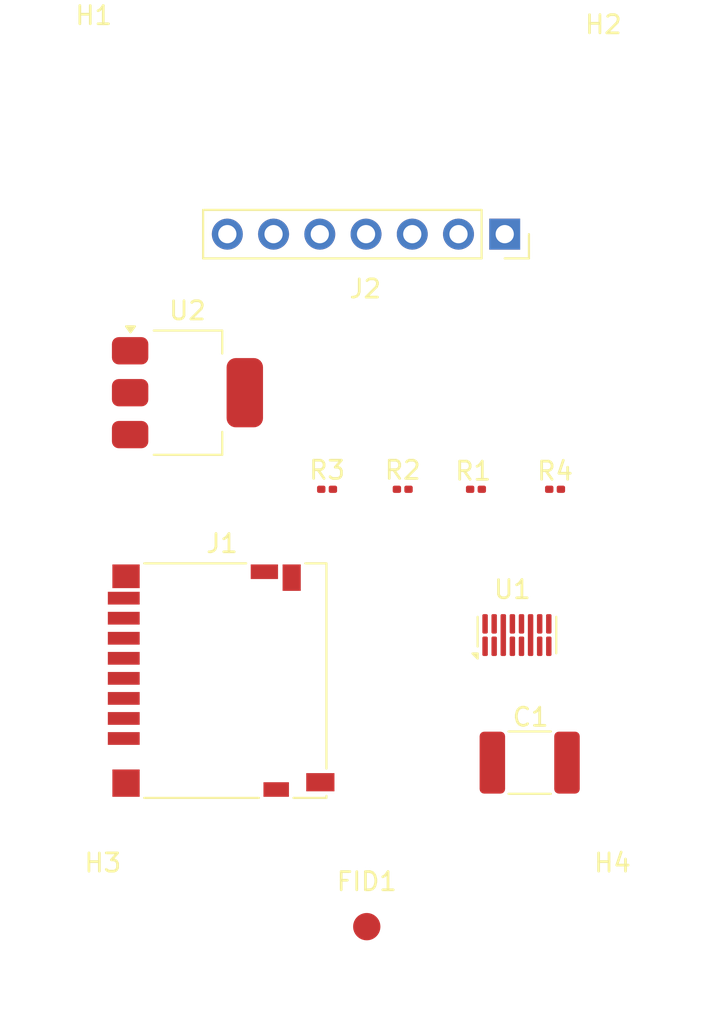
<source format=kicad_pcb>
(kicad_pcb (version 20240108) (generator "pcbnew") (generator_version "8.0")
  (layers (0 "F.Cu" signal) (31 "B.Cu" signal) (34 "B.Paste" user) (35 "F.Paste" user) (36 "B.SilkS" user "B.Silkscreen") (37 "F.SilkS" user "F.Silkscreen") (38 "B.Mask" user) (39 "F.Mask" user) (44 "Edge.Cuts" user))
  (net 0 "")
  (net 1 "GND")
  (net 3 "Net-(J1-CLK)")
  (net 4 "/VDD")
  (net 6 "Net-(J1-CMD)")
  (net 7 "Net-(J1-DAT0)")
  (net 9 "Net-(J2-Pin_6)")
  (net 10 "Net-(J2-Pin_2)")
  (net 11 "Net-(J2-Pin_5)")
  (net 12 "Net-(J2-Pin_4)")
  (net 13 "Net-(U1-3A)")
  (net 14 "Net-(U1-2A)")
  (net 15 "Net-(U1-1A)")
  (net 16 "Net-(U1-4Y)")
  (net 17 "/DAT3{slash}CD")
  (net 18 "/PIN3")
  (footprint "Resistor_SMD:R_0201_0603Metric" (layer "F.Cu") (at 131.975 91)
    (property "Reference" "R2" (at 0 -1.05 0) (layer "F.SilkS"))
    (property "Value" "3.3K")
    (pad "1" smd roundrect (at -0.32 0) (size 0.46 0.4) (layers "F.Cu" "F.Mask") (net 11 "Net-(J2-Pin_5)"))
    (pad "2" smd roundrect (at 0.32 0) (size 0.46 0.4) (layers "F.Cu" "F.Mask") (net 14 "Net-(U1-2A)"))
  )
  (footprint "MountingHole:MountingHole_3mm" (layer "F.Cu") (at 115 69)
    (property "Reference" "H1" (at 0 -4 0) (layer "F.SilkS"))
    (property "Value" "MountingHole")
    (pad "" np_thru_hole circle (at 0 0) (size 3 3) (drill 3) (layers "*.Cu" "*.Mask"))
  )
  (footprint "Resistor_SMD:R_0201_0603Metric" (layer "F.Cu") (at 136 91 180)
    (property "Reference" "R1" (at 0.155 1 180) (layer "F.SilkS"))
    (property "Value" "3.3K")
    (pad "1" smd roundrect (at -0.32 0 180) (size 0.46 0.4) (layers "F.Cu" "F.Mask") (net 12 "Net-(J2-Pin_4)"))
    (pad "2" smd roundrect (at 0.32 0 180) (size 0.46 0.4) (layers "F.Cu" "F.Mask") (net 15 "Net-(U1-1A)"))
  )
  (footprint "Package_TO_SOT_SMD:SOT-223-3_TabPin2" (layer "F.Cu") (at 120.15 85.7)
    (property "Reference" "U2" (at 0 -4.5 0) (layer "F.SilkS"))
    (property "Value" "AMS1117")
    (fp_line (start -1.85 -3.41) (end 1.91 -3.41) (stroke (width 0.12)) (layer "F.SilkS"))
    (fp_line (start -1.85 3.41) (end 1.91 3.41) (stroke (width 0.12)) (layer "F.SilkS"))
    (fp_line (start 1.91 -3.41) (end 1.91 -2.15) (stroke (width 0.12)) (layer "F.SilkS"))
    (fp_line (start 1.91 3.41) (end 1.91 2.15) (stroke (width 0.12)) (layer "F.SilkS"))
    (fp_poly (pts (xy -3.13 -3.31) (xy -3.37 -3.64) (xy -2.89 -3.64) (xy -3.13 -3.31)) (stroke (width 0.12)) (fill solid) (layer "F.SilkS"))
    (pad "1" smd roundrect (at -3.15 -2.3) (size 2 1.5) (layers "F.Cu" "F.Paste" "F.Mask") (net 1 "GND"))
    (pad "2" smd roundrect (at -3.15 0) (size 2 1.5) (layers "F.Cu" "F.Paste" "F.Mask") (net 4 "/VDD"))
    (pad "2" smd roundrect (at 3.15 0) (size 2 3.8) (layers "F.Cu" "F.Paste" "F.Mask") (net 4 "/VDD"))
    (pad "3" smd roundrect (at -3.15 2.3) (size 2 1.5) (layers "F.Cu" "F.Paste" "F.Mask") (net 10 "Net-(J2-Pin_2)"))
  )
  (footprint "Resistor_SMD:R_0201_0603Metric" (layer "F.Cu") (at 127.82 91)
    (property "Reference" "R3" (at 0 -1.05 0) (layer "F.SilkS"))
    (property "Value" "3.3K")
    (pad "1" smd roundrect (at -0.32 0) (size 0.46 0.4) (layers "F.Cu" "F.Mask") (net 9 "Net-(J2-Pin_6)"))
    (pad "2" smd roundrect (at 0.32 0) (size 0.46 0.4) (layers "F.Cu" "F.Mask") (net 13 "Net-(U1-3A)"))
  )
  (footprint "Resistor_SMD:R_0201_0603Metric" (layer "F.Cu") (at 140.345 91 180)
    (property "Reference" "R4" (at 0 1 180) (layer "F.SilkS"))
    (property "Value" "3.3K")
    (pad "1" smd roundrect (at -0.32 0 180) (size 0.46 0.4) (layers "F.Cu" "F.Mask") (net 16 "Net-(U1-4Y)"))
    (pad "2" smd roundrect (at 0.32 0 180) (size 0.46 0.4) (layers "F.Cu" "F.Mask") (net 18 "/PIN3"))
  )
  (footprint "Fiducial:Fiducial_1.5mm_Mask3mm" (layer "F.Cu") (at 130 115)
    (property "Reference" "FID1" (at 0 -2.4765 0) (layer "F.SilkS"))
    (property "Value" "Fiducial")
    (pad "" smd circle (at 0 0) (size 1.5 1.5) (layers "F.Cu" "F.Mask") (clearance 0.75))
  )
  (footprint "Capacitor_SMD:C_1812_4532Metric" (layer "F.Cu") (at 138.95 106 180)
    (property "Reference" "C1" (at -0.05 2.5 180) (layer "F.SilkS"))
    (property "Value" "C" (hide yes))
    (fp_line (start -1.161252 1.71) (end 1.161252 1.71) (stroke (width 0.12)) (layer "F.SilkS"))
    (fp_line (start -1.161252 -1.71) (end 1.161252 -1.71) (stroke (width 0.12)) (layer "F.SilkS"))
    (pad "1" smd roundrect (at -2.05 0 180) (size 1.4 3.4) (layers "F.Cu" "F.Paste" "F.Mask") (roundrect_rratio 0.178571) (net 4 "/VDD"))
    (pad "2" smd roundrect (at 2.05 0 180) (size 1.4 3.4) (layers "F.Cu" "F.Paste" "F.Mask") (roundrect_rratio 0.178571) (net 1 "GND"))
  )
  (footprint "MountingHole:MountingHole_3mm" (layer "F.Cu") (at 143.5 115.5)
    (property "Reference" "H4" (at 0 -4 0) (layer "F.SilkS"))
    (property "Value" "MountingHole")
    (pad "" np_thru_hole circle (at 0 0) (size 3 3) (drill 3) (layers "*.Cu" "*.Mask"))
  )
  (footprint "MountingHole:MountingHole_3mm" (layer "F.Cu") (at 115.5 115.5)
    (property "Reference" "H3" (at 0 -4 0) (layer "F.SilkS"))
    (property "Value" "MountingHole")
    (pad "" np_thru_hole circle (at 0 0) (size 3 3) (drill 3) (layers "*.Cu" "*.Mask"))
  )
  (footprint "Connector_Card:microSD_HC_Hirose_DM3D-SF" (layer "F.Cu") (at 122 101.5 -90)
    (property "Reference" "J1" (at -7.525 -0.05 0) (layer "F.SilkS"))
    (property "Value" "Micro_SD_Card")
    (fp_line (start -6.435 -1.375) (end -6.435 4.225) (stroke (width 0.12)) (layer "F.SilkS"))
    (fp_line (start 6.435 -2.075) (end 6.435 4.225) (stroke (width 0.12)) (layer "F.SilkS"))
    (fp_line (start -6.435 -4.625) (end -6.435 -5.785) (stroke (width 0.12)) (layer "F.SilkS"))
    (fp_line (start -6.435 -5.785) (end 4.825 -5.785) (stroke (width 0.12)) (layer "F.SilkS"))
    (fp_line (start 6.325 -5.785) (end 6.435 -5.785) (stroke (width 0.12)) (layer "F.SilkS"))
    (fp_line (start 6.435 -5.785) (end 6.435 -3.975) (stroke (width 0.12)) (layer "F.SilkS"))
    (pad "1" smd rect (at 3.175 5.35 270) (size 0.7 1.75) (layers "F.Cu" "F.Paste" "F.Mask"))
    (pad "2" smd rect (at 2.075 5.35 270) (size 0.7 1.75) (layers "F.Cu" "F.Paste" "F.Mask") (net 17 "/DAT3{slash}CD"))
    (pad "3" smd rect (at 0.975 5.35 270) (size 0.7 1.75) (layers "F.Cu" "F.Paste" "F.Mask") (net 6 "Net-(J1-CMD)"))
    (pad "4" smd rect (at -0.125 5.35 270) (size 0.7 1.75) (layers "F.Cu" "F.Paste" "F.Mask") (net 4 "/VDD"))
    (pad "5" smd rect (at -1.225 5.35 270) (size 0.7 1.75) (layers "F.Cu" "F.Paste" "F.Mask") (net 3 "Net-(J1-CLK)"))
    (pad "6" smd rect (at -2.325 5.35 270) (size 0.7 1.75) (layers "F.Cu" "F.Paste" "F.Mask") (net 1 "GND"))
    (pad "7" smd rect (at -3.425 5.35 270) (size 0.7 1.75) (layers "F.Cu" "F.Paste" "F.Mask") (net 7 "Net-(J1-DAT0)"))
    (pad "8" smd rect (at -4.525 5.35 270) (size 0.7 1.75) (layers "F.Cu" "F.Paste" "F.Mask"))
    (pad "9" smd rect (at -5.65 -3.875 270) (size 1.45 1) (layers "F.Cu" "F.Paste" "F.Mask"))
    (pad "10" smd rect (at 5.575 -5.45 270) (size 1 1.55) (layers "F.Cu" "F.Paste" "F.Mask"))
    (pad "11" smd rect (at -5.975 -2.375 270) (size 0.8 1.5) (layers "F.Cu" "F.Paste" "F.Mask"))
    (pad "11" smd rect (at -5.725 5.225 270) (size 1.3 1.5) (layers "F.Cu" "F.Paste" "F.Mask"))
    (pad "11" smd rect (at 5.625 5.225 270) (size 1.5 1.5) (layers "F.Cu" "F.Paste" "F.Mask"))
    (pad "11" smd rect (at 5.975 -3.025 270) (size 0.8 1.4) (layers "F.Cu" "F.Paste" "F.Mask"))
  )
  (footprint "MountingHole:MountingHole_3mm" (layer "F.Cu") (at 143 69.5)
    (property "Reference" "H2" (at 0 -4 0) (layer "F.SilkS"))
    (property "Value" "MountingHole")
    (pad "" np_thru_hole circle (at 0 0) (size 3 3) (drill 3) (layers "*.Cu" "*.Mask"))
  )
  (footprint "Package_TO_SOT_SMD:SOT-1334-1" (layer "F.Cu") (at 138.25 99)
    (property "Reference" "U1" (at -0.25 -2.5 0) (layer "F.SilkS"))
    (property "Value" "74LVC125A")
    (fp_line (start -2.16 -1) (end -2.16 0.63) (stroke (width 0.12)) (layer "F.SilkS"))
    (fp_line (start 2.16 -1) (end 2.16 1) (stroke (width 0.12)) (layer "F.SilkS"))
    (fp_poly (pts (xy -2.16 1.01) (xy -2.16 1.29) (xy -2.44 1.01) (xy -2.16 1.01)) (stroke (width 0.12)) (fill solid) (layer "F.SilkS"))
    (pad "1" smd roundrect (at -1.75 0.615) (size 0.3 1.07) (layers "F.Cu" "F.Paste" "F.Mask") (net 1 "GND"))
    (pad "2" smd roundrect (at -1.25 0.615) (size 0.3 1.07) (layers "F.Cu" "F.Paste" "F.Mask") (net 15 "Net-(U1-1A)"))
    (pad "3" smd roundrect (at -0.75 0) (size 0.3 2.3) (layers "F.Cu" "F.Paste" "F.Mask") (net 6 "Net-(J1-CMD)"))
    (pad "4" smd roundrect (at -0.25 0.615) (size 0.3 1.07) (layers "F.Cu" "F.Paste" "F.Mask") (net 1 "GND"))
    (pad "5" smd roundrect (at 0.25 0.615) (size 0.3 1.07) (layers "F.Cu" "F.Paste" "F.Mask") (net 14 "Net-(U1-2A)"))
    (pad "6" smd roundrect (at 0.75 0) (size 0.3 2.3) (layers "F.Cu" "F.Paste" "F.Mask") (net 3 "Net-(J1-CLK)"))
    (pad "7" smd roundrect (at 1.25 0.615) (size 0.3 1.07) (layers "F.Cu" "F.Paste" "F.Mask") (net 1 "GND"))
    (pad "8" smd roundrect (at 1.75 0.615) (size 0.3 1.07) (layers "F.Cu" "F.Paste" "F.Mask") (net 17 "/DAT3{slash}CD"))
    (pad "9" smd roundrect (at 1.75 -0.615) (size 0.3 1.07) (layers "F.Cu" "F.Paste" "F.Mask") (net 13 "Net-(U1-3A)"))
    (pad "10" smd roundrect (at 1.25 -0.615) (size 0.3 1.07) (layers "F.Cu" "F.Paste" "F.Mask") (net 1 "GND"))
    (pad "11" smd roundrect (at 0.25 -0.615) (size 0.3 1.07) (layers "F.Cu" "F.Paste" "F.Mask") (net 16 "Net-(U1-4Y)"))
    (pad "12" smd roundrect (at -0.25 -0.615) (size 0.3 1.07) (layers "F.Cu" "F.Paste" "F.Mask") (net 7 "Net-(J1-DAT0)"))
    (pad "13" smd roundrect (at -1.25 -0.615) (size 0.3 1.07) (layers "F.Cu" "F.Paste" "F.Mask") (net 1 "GND"))
    (pad "14" smd roundrect (at -1.75 -0.615) (size 0.3 1.07) (layers "F.Cu" "F.Paste" "F.Mask") (net 4 "/VDD"))
  )
  (footprint "Connector_PinSocket_2.54mm:PinSocket_1x07_P2.54mm_Vertical" (layer "F.Cu") (at 137.58 77 -90)
    (property "Reference" "J2" (at 3 7.66 0) (layer "F.SilkS"))
    (property "Value" "Conn_01x06_MountingPin")
    (fp_line (start -1.33 16.57) (end 1.33 16.57) (stroke (width 0.12)) (layer "F.SilkS"))
    (fp_line (start -1.33 1.27) (end -1.33 16.57) (stroke (width 0.12)) (layer "F.SilkS"))
    (fp_line (start -1.33 1.27) (end 1.33 1.27) (stroke (width 0.12)) (layer "F.SilkS"))
    (fp_line (start 1.33 1.27) (end 1.33 16.57) (stroke (width 0.12)) (layer "F.SilkS"))
    (fp_line (start 0 -1.33) (end 1.33 -1.33) (stroke (width 0.12)) (layer "F.SilkS"))
    (fp_line (start 1.33 -1.33) (end 1.33 0) (stroke (width 0.12)) (layer "F.SilkS"))
    (pad "1" thru_hole rect (at 0 0 270) (size 1.7 1.7) (drill 1) (layers "*.Cu" "*.Mask") (net 1 "GND"))
    (pad "2" thru_hole oval (at 0 2.54 270) (size 1.7 1.7) (drill 1) (layers "*.Cu" "*.Mask") (net 10 "Net-(J2-Pin_2)"))
    (pad "3" thru_hole oval (at 0 5.08 270) (size 1.7 1.7) (drill 1) (layers "*.Cu" "*.Mask") (net 18 "/PIN3"))
    (pad "4" thru_hole oval (at 0 7.62 270) (size 1.7 1.7) (drill 1) (layers "*.Cu" "*.Mask") (net 12 "Net-(J2-Pin_4)"))
    (pad "5" thru_hole oval (at 0 10.16 270) (size 1.7 1.7) (drill 1) (layers "*.Cu" "*.Mask") (net 11 "Net-(J2-Pin_5)"))
    (pad "6" thru_hole oval (at 0 12.7 270) (size 1.7 1.7) (drill 1) (layers "*.Cu" "*.Mask") (net 9 "Net-(J2-Pin_6)"))
    (pad "7" thru_hole oval (at 0 15.24 270) (size 1.7 1.7) (drill 1) (layers "*.Cu" "*.Mask"))
  )
)
</source>
